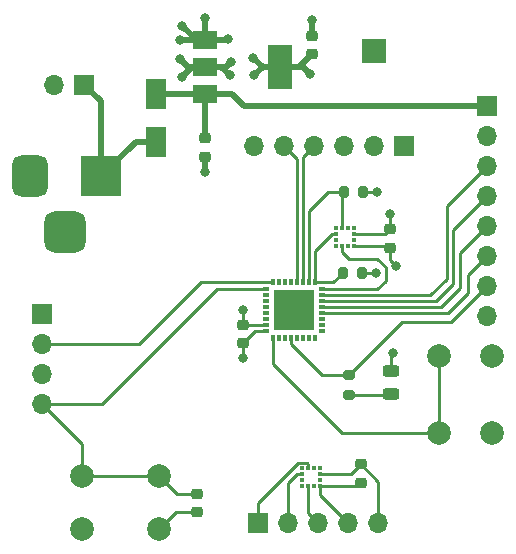
<source format=gbr>
%TF.GenerationSoftware,KiCad,Pcbnew,6.0.1-79c1e3a40b~116~ubuntu18.04.1*%
%TF.CreationDate,2023-02-22T20:49:32-05:00*%
%TF.ProjectId,a2bikelight,61326269-6b65-46c6-9967-68742e6b6963,rev?*%
%TF.SameCoordinates,Original*%
%TF.FileFunction,Copper,L1,Top*%
%TF.FilePolarity,Positive*%
%FSLAX46Y46*%
G04 Gerber Fmt 4.6, Leading zero omitted, Abs format (unit mm)*
G04 Created by KiCad (PCBNEW 6.0.1-79c1e3a40b~116~ubuntu18.04.1) date 2023-02-22 20:49:32*
%MOMM*%
%LPD*%
G01*
G04 APERTURE LIST*
G04 Aperture macros list*
%AMRoundRect*
0 Rectangle with rounded corners*
0 $1 Rounding radius*
0 $2 $3 $4 $5 $6 $7 $8 $9 X,Y pos of 4 corners*
0 Add a 4 corners polygon primitive as box body*
4,1,4,$2,$3,$4,$5,$6,$7,$8,$9,$2,$3,0*
0 Add four circle primitives for the rounded corners*
1,1,$1+$1,$2,$3*
1,1,$1+$1,$4,$5*
1,1,$1+$1,$6,$7*
1,1,$1+$1,$8,$9*
0 Add four rect primitives between the rounded corners*
20,1,$1+$1,$2,$3,$4,$5,0*
20,1,$1+$1,$4,$5,$6,$7,0*
20,1,$1+$1,$6,$7,$8,$9,0*
20,1,$1+$1,$8,$9,$2,$3,0*%
G04 Aperture macros list end*
%TA.AperFunction,SMDPad,CuDef*%
%ADD10RoundRect,0.225000X-0.250000X0.225000X-0.250000X-0.225000X0.250000X-0.225000X0.250000X0.225000X0*%
%TD*%
%TA.AperFunction,SMDPad,CuDef*%
%ADD11R,0.600000X0.300000*%
%TD*%
%TA.AperFunction,SMDPad,CuDef*%
%ADD12R,0.300000X0.600000*%
%TD*%
%TA.AperFunction,SMDPad,CuDef*%
%ADD13R,3.450000X3.450000*%
%TD*%
%TA.AperFunction,SMDPad,CuDef*%
%ADD14RoundRect,0.225000X0.250000X-0.225000X0.250000X0.225000X-0.250000X0.225000X-0.250000X-0.225000X0*%
%TD*%
%TA.AperFunction,ComponentPad*%
%ADD15R,2.000000X2.000000*%
%TD*%
%TA.AperFunction,SMDPad,CuDef*%
%ADD16RoundRect,0.200000X-0.275000X0.200000X-0.275000X-0.200000X0.275000X-0.200000X0.275000X0.200000X0*%
%TD*%
%TA.AperFunction,SMDPad,CuDef*%
%ADD17R,1.800000X2.500000*%
%TD*%
%TA.AperFunction,SMDPad,CuDef*%
%ADD18RoundRect,0.200000X0.200000X0.275000X-0.200000X0.275000X-0.200000X-0.275000X0.200000X-0.275000X0*%
%TD*%
%TA.AperFunction,SMDPad,CuDef*%
%ADD19R,0.375000X0.350000*%
%TD*%
%TA.AperFunction,SMDPad,CuDef*%
%ADD20R,0.350000X0.375000*%
%TD*%
%TA.AperFunction,ComponentPad*%
%ADD21C,2.000000*%
%TD*%
%TA.AperFunction,ComponentPad*%
%ADD22R,1.700000X1.700000*%
%TD*%
%TA.AperFunction,ComponentPad*%
%ADD23O,1.700000X1.700000*%
%TD*%
%TA.AperFunction,ComponentPad*%
%ADD24R,3.500000X3.500000*%
%TD*%
%TA.AperFunction,ComponentPad*%
%ADD25RoundRect,0.750000X-0.750000X-1.000000X0.750000X-1.000000X0.750000X1.000000X-0.750000X1.000000X0*%
%TD*%
%TA.AperFunction,ComponentPad*%
%ADD26RoundRect,0.875000X-0.875000X-0.875000X0.875000X-0.875000X0.875000X0.875000X-0.875000X0.875000X0*%
%TD*%
%TA.AperFunction,SMDPad,CuDef*%
%ADD27RoundRect,0.243750X-0.456250X0.243750X-0.456250X-0.243750X0.456250X-0.243750X0.456250X0.243750X0*%
%TD*%
%TA.AperFunction,SMDPad,CuDef*%
%ADD28R,2.000000X1.500000*%
%TD*%
%TA.AperFunction,SMDPad,CuDef*%
%ADD29R,2.000000X3.800000*%
%TD*%
%TA.AperFunction,ViaPad*%
%ADD30C,0.800000*%
%TD*%
%TA.AperFunction,Conductor*%
%ADD31C,0.500000*%
%TD*%
%TA.AperFunction,Conductor*%
%ADD32C,0.250000*%
%TD*%
G04 APERTURE END LIST*
D10*
%TO.P,C1,1*%
%TO.N,VIN*%
X122800000Y-112825000D03*
%TO.P,C1,2*%
%TO.N,GND*%
X122800000Y-114375000D03*
%TD*%
%TO.P,C5,1*%
%TO.N,NRESET*%
X122100000Y-142925000D03*
%TO.P,C5,2*%
%TO.N,GND*%
X122100000Y-144475000D03*
%TD*%
D11*
%TO.P,U1,1,NRST/PA1*%
%TO.N,NRESET*%
X128000000Y-125600000D03*
%TO.P,U1,2,PA2*%
%TO.N,unconnected-(U1-Pad2)*%
X128000000Y-126100000D03*
%TO.P,U1,3,PA3*%
%TO.N,unconnected-(U1-Pad3)*%
X128000000Y-126600000D03*
%TO.P,U1,4,PA4*%
%TO.N,unconnected-(U1-Pad4)*%
X128000000Y-127100000D03*
%TO.P,U1,5,PA5*%
%TO.N,unconnected-(U1-Pad5)*%
X128000000Y-127600000D03*
%TO.P,U1,6,PA6*%
%TO.N,unconnected-(U1-Pad6)*%
X128000000Y-128100000D03*
%TO.P,U1,7,VSS1*%
%TO.N,GND*%
X128000000Y-128600000D03*
%TO.P,U1,8,VDD1*%
%TO.N,+3V3*%
X128000000Y-129100000D03*
D12*
%TO.P,U1,9,PD0*%
%TO.N,BUTTON*%
X128600000Y-129700000D03*
%TO.P,U1,10,PD1*%
%TO.N,unconnected-(U1-Pad10)*%
X129100000Y-129700000D03*
%TO.P,U1,11,PD2*%
%TO.N,unconnected-(U1-Pad11)*%
X129600000Y-129700000D03*
%TO.P,U1,12,PD3*%
%TO.N,LIGHT*%
X130100000Y-129700000D03*
%TO.P,U1,13,PB0*%
%TO.N,unconnected-(U1-Pad13)*%
X130600000Y-129700000D03*
%TO.P,U1,14,PB1*%
%TO.N,unconnected-(U1-Pad14)*%
X131100000Y-129700000D03*
%TO.P,U1,15,PB2*%
%TO.N,unconnected-(U1-Pad15)*%
X131600000Y-129700000D03*
%TO.P,U1,16,PB3*%
%TO.N,unconnected-(U1-Pad16)*%
X132100000Y-129700000D03*
D11*
%TO.P,U1,17,PB4*%
%TO.N,unconnected-(U1-Pad17)*%
X132700000Y-129100000D03*
%TO.P,U1,18,PB5*%
%TO.N,unconnected-(U1-Pad18)*%
X132700000Y-128600000D03*
%TO.P,U1,19,PB6*%
%TO.N,unconnected-(U1-Pad19)*%
X132700000Y-128100000D03*
%TO.P,U1,20,PB7*%
%TO.N,PB7*%
X132700000Y-127600000D03*
%TO.P,U1,21,PD4*%
%TO.N,PD4*%
X132700000Y-127100000D03*
%TO.P,U1,22,PD5*%
%TO.N,PD5*%
X132700000Y-126600000D03*
%TO.P,U1,23,PD6*%
%TO.N,PD6*%
X132700000Y-126100000D03*
%TO.P,U1,24,PD7*%
%TO.N,ACCEL_INT*%
X132700000Y-125600000D03*
D12*
%TO.P,U1,25,PC0*%
%TO.N,I2C_SDA*%
X132100000Y-125000000D03*
%TO.P,U1,26,PC1*%
%TO.N,I2C_SCL*%
X131600000Y-125000000D03*
%TO.P,U1,27,PC2*%
%TO.N,SERIAL_INCOMING*%
X131100000Y-125000000D03*
%TO.P,U1,28,PC3*%
%TO.N,SERIAL_OUTGOING*%
X130600000Y-125000000D03*
%TO.P,U1,29,PC4*%
%TO.N,unconnected-(U1-Pad29)*%
X130100000Y-125000000D03*
%TO.P,U1,30,PC5*%
%TO.N,unconnected-(U1-Pad30)*%
X129600000Y-125000000D03*
%TO.P,U1,31,PC6*%
%TO.N,unconnected-(U1-Pad31)*%
X129100000Y-125000000D03*
%TO.P,U1,32,PA0*%
%TO.N,SWIM*%
X128600000Y-125000000D03*
D13*
%TO.P,U1,33,thermal*%
%TO.N,thermal*%
X130350000Y-127350000D03*
%TD*%
D14*
%TO.P,C3,1*%
%TO.N,+3V3*%
X138500000Y-122075000D03*
%TO.P,C3,2*%
%TO.N,GND*%
X138500000Y-120525000D03*
%TD*%
%TO.P,C2,1*%
%TO.N,+3V3*%
X131900000Y-105675000D03*
%TO.P,C2,2*%
%TO.N,GND*%
X131900000Y-104125000D03*
%TD*%
%TO.P,C6,1*%
%TO.N,Net-(C6-Pad1)*%
X136000000Y-141975000D03*
%TO.P,C6,2*%
%TO.N,Net-(C6-Pad2)*%
X136000000Y-140425000D03*
%TD*%
D15*
%TO.P,TP1,1,1*%
%TO.N,GND*%
X137100000Y-105400000D03*
%TD*%
D16*
%TO.P,R3,1*%
%TO.N,LIGHT*%
X135000000Y-132875000D03*
%TO.P,R3,2*%
%TO.N,Net-(D2-Pad2)*%
X135000000Y-134525000D03*
%TD*%
D17*
%TO.P,D1,1,K*%
%TO.N,VIN*%
X118700000Y-109100000D03*
%TO.P,D1,2,A*%
%TO.N,Net-(D1-Pad2)*%
X118700000Y-113100000D03*
%TD*%
D18*
%TO.P,R1,1*%
%TO.N,+3V3*%
X136225000Y-117400000D03*
%TO.P,R1,2*%
%TO.N,I2C_SCL*%
X134575000Y-117400000D03*
%TD*%
D19*
%TO.P,U4,1*%
%TO.N,unconnected-(U4-Pad1)*%
X131037500Y-140750000D03*
%TO.P,U4,2,SDA*%
%TO.N,Net-(J5-Pad2)*%
X131037500Y-141250000D03*
%TO.P,U4,3*%
%TO.N,unconnected-(U4-Pad3)*%
X131037500Y-141750000D03*
%TO.P,U4,4*%
%TO.N,unconnected-(U4-Pad4)*%
X131037500Y-142250000D03*
D20*
%TO.P,U4,5,INT*%
%TO.N,Net-(J5-Pad3)*%
X131550000Y-142262500D03*
%TO.P,U4,6*%
%TO.N,unconnected-(U4-Pad6)*%
X132050000Y-142262500D03*
D19*
%TO.P,U4,7,VDD*%
%TO.N,Net-(C6-Pad1)*%
X132562500Y-142250000D03*
%TO.P,U4,8*%
%TO.N,unconnected-(U4-Pad8)*%
X132562500Y-141750000D03*
%TO.P,U4,9,GND*%
%TO.N,Net-(C6-Pad2)*%
X132562500Y-141250000D03*
%TO.P,U4,10*%
%TO.N,unconnected-(U4-Pad10)*%
X132562500Y-140750000D03*
D20*
%TO.P,U4,11*%
%TO.N,unconnected-(U4-Pad11)*%
X132050000Y-140737500D03*
%TO.P,U4,12,SCL*%
%TO.N,Net-(J5-Pad1)*%
X131550000Y-140737500D03*
%TD*%
D21*
%TO.P,SW2,1,1*%
%TO.N,GND*%
X147150000Y-137750000D03*
X147150000Y-131250000D03*
%TO.P,SW2,2,2*%
%TO.N,BUTTON*%
X142650000Y-131250000D03*
X142650000Y-137750000D03*
%TD*%
D19*
%TO.P,U3,1*%
%TO.N,unconnected-(U3-Pad1)*%
X133937500Y-120450000D03*
%TO.P,U3,2,SDA*%
%TO.N,I2C_SDA*%
X133937500Y-120950000D03*
%TO.P,U3,3*%
%TO.N,unconnected-(U3-Pad3)*%
X133937500Y-121450000D03*
%TO.P,U3,4*%
%TO.N,unconnected-(U3-Pad4)*%
X133937500Y-121950000D03*
D20*
%TO.P,U3,5,INT*%
%TO.N,ACCEL_INT*%
X134450000Y-121962500D03*
%TO.P,U3,6*%
%TO.N,unconnected-(U3-Pad6)*%
X134950000Y-121962500D03*
D19*
%TO.P,U3,7,VDD*%
%TO.N,+3V3*%
X135462500Y-121950000D03*
%TO.P,U3,8*%
%TO.N,unconnected-(U3-Pad8)*%
X135462500Y-121450000D03*
%TO.P,U3,9,GND*%
%TO.N,GND*%
X135462500Y-120950000D03*
%TO.P,U3,10*%
%TO.N,unconnected-(U3-Pad10)*%
X135462500Y-120450000D03*
D20*
%TO.P,U3,11*%
%TO.N,unconnected-(U3-Pad11)*%
X134950000Y-120437500D03*
%TO.P,U3,12,SCL*%
%TO.N,I2C_SCL*%
X134450000Y-120437500D03*
%TD*%
D22*
%TO.P,J5,1,Pin_1*%
%TO.N,Net-(J5-Pad1)*%
X127325000Y-145400000D03*
D23*
%TO.P,J5,2,Pin_2*%
%TO.N,Net-(J5-Pad2)*%
X129865000Y-145400000D03*
%TO.P,J5,3,Pin_3*%
%TO.N,Net-(J5-Pad3)*%
X132405000Y-145400000D03*
%TO.P,J5,4,Pin_4*%
%TO.N,Net-(C6-Pad1)*%
X134945000Y-145400000D03*
%TO.P,J5,5,Pin_5*%
%TO.N,Net-(C6-Pad2)*%
X137485000Y-145400000D03*
%TD*%
D18*
%TO.P,R2,1*%
%TO.N,+3V3*%
X136125000Y-124200000D03*
%TO.P,R2,2*%
%TO.N,I2C_SDA*%
X134475000Y-124200000D03*
%TD*%
D22*
%TO.P,J2,1,Pin_1*%
%TO.N,Net-(D1-Pad2)*%
X112600000Y-108300000D03*
D23*
%TO.P,J2,2,Pin_2*%
%TO.N,GND*%
X110060000Y-108300000D03*
%TD*%
D14*
%TO.P,C4,1*%
%TO.N,+3V3*%
X126000000Y-130175000D03*
%TO.P,C4,2*%
%TO.N,GND*%
X126000000Y-128625000D03*
%TD*%
D21*
%TO.P,SW1,1,1*%
%TO.N,GND*%
X112400000Y-145900000D03*
X118900000Y-145900000D03*
%TO.P,SW1,2,2*%
%TO.N,NRESET*%
X112400000Y-141400000D03*
X118900000Y-141400000D03*
%TD*%
D22*
%TO.P,J4,1,Pin_1*%
%TO.N,GND*%
X139650000Y-113500000D03*
D23*
%TO.P,J4,2,Pin_2*%
%TO.N,unconnected-(J4-Pad2)*%
X137110000Y-113500000D03*
%TO.P,J4,3,Pin_3*%
%TO.N,unconnected-(J4-Pad3)*%
X134570000Y-113500000D03*
%TO.P,J4,4,Pin_4*%
%TO.N,SERIAL_INCOMING*%
X132030000Y-113500000D03*
%TO.P,J4,5,Pin_5*%
%TO.N,SERIAL_OUTGOING*%
X129490000Y-113500000D03*
%TO.P,J4,6,Pin_6*%
%TO.N,unconnected-(J4-Pad6)*%
X126950000Y-113500000D03*
%TD*%
D22*
%TO.P,J6,1,Pin_1*%
%TO.N,VIN*%
X146700000Y-110100000D03*
D23*
%TO.P,J6,2,Pin_2*%
%TO.N,+3V3*%
X146700000Y-112640000D03*
%TO.P,J6,3,Pin_3*%
%TO.N,PD6*%
X146700000Y-115180000D03*
%TO.P,J6,4,Pin_4*%
%TO.N,PD5*%
X146700000Y-117720000D03*
%TO.P,J6,5,Pin_5*%
%TO.N,PD4*%
X146700000Y-120260000D03*
%TO.P,J6,6,Pin_6*%
%TO.N,PB7*%
X146700000Y-122800000D03*
%TO.P,J6,7,Pin_7*%
%TO.N,LIGHT*%
X146700000Y-125340000D03*
%TO.P,J6,8,Pin_8*%
%TO.N,GND*%
X146700000Y-127880000D03*
%TD*%
D24*
%TO.P,J1,1*%
%TO.N,Net-(D1-Pad2)*%
X114000000Y-116042500D03*
D25*
%TO.P,J1,2*%
%TO.N,GND*%
X108000000Y-116042500D03*
D26*
%TO.P,J1,3*%
X111000000Y-120742500D03*
%TD*%
D27*
%TO.P,D2,1,K*%
%TO.N,GND*%
X138600000Y-132562500D03*
%TO.P,D2,2,A*%
%TO.N,Net-(D2-Pad2)*%
X138600000Y-134437500D03*
%TD*%
D22*
%TO.P,J3,1,Pin_1*%
%TO.N,unconnected-(J3-Pad1)*%
X109000000Y-127700000D03*
D23*
%TO.P,J3,2,Pin_2*%
%TO.N,SWIM*%
X109000000Y-130240000D03*
%TO.P,J3,3,Pin_3*%
%TO.N,GND*%
X109000000Y-132780000D03*
%TO.P,J3,4,Pin_4*%
%TO.N,NRESET*%
X109000000Y-135320000D03*
%TD*%
D28*
%TO.P,U2,1,GND*%
%TO.N,GND*%
X122850000Y-104500000D03*
D29*
%TO.P,U2,2,VO*%
%TO.N,+3V3*%
X129150000Y-106800000D03*
D28*
X122850000Y-106800000D03*
%TO.P,U2,3,VI*%
%TO.N,VIN*%
X122850000Y-109100000D03*
%TD*%
D30*
%TO.N,GND*%
X122800000Y-115700000D03*
X120700000Y-104500000D03*
X124800000Y-104400000D03*
X122800000Y-102600000D03*
X120900000Y-103300000D03*
X138700000Y-131000000D03*
X131900000Y-102800000D03*
X126000000Y-127400000D03*
X138500000Y-119200000D03*
%TO.N,+3V3*%
X137300000Y-124200000D03*
X126000000Y-131400000D03*
X124900000Y-107500000D03*
X120700000Y-106100000D03*
X139000000Y-123600000D03*
X137400000Y-117400000D03*
X131700000Y-107400000D03*
X125000000Y-106400000D03*
X127000000Y-107500000D03*
X126900000Y-106000000D03*
X120900000Y-107600000D03*
%TD*%
D31*
%TO.N,VIN*%
X122850000Y-109100000D02*
X125100000Y-109100000D01*
X122800000Y-109150000D02*
X122850000Y-109100000D01*
X122800000Y-112825000D02*
X122800000Y-109150000D01*
X125100000Y-109100000D02*
X126100000Y-110100000D01*
X126100000Y-110100000D02*
X146700000Y-110100000D01*
X118700000Y-109100000D02*
X122850000Y-109100000D01*
D32*
%TO.N,GND*%
X138500000Y-120525000D02*
X138500000Y-119200000D01*
X135462500Y-120950000D02*
X138075000Y-120950000D01*
X118900000Y-145900000D02*
X120325000Y-144475000D01*
D31*
X122850000Y-104500000D02*
X120700000Y-104500000D01*
D32*
X127975000Y-128625000D02*
X128000000Y-128600000D01*
D31*
X131900000Y-104125000D02*
X131900000Y-102800000D01*
X122850000Y-104500000D02*
X122100000Y-104500000D01*
X122800000Y-114375000D02*
X122800000Y-115700000D01*
X124700000Y-104500000D02*
X124800000Y-104400000D01*
D32*
X126000000Y-128625000D02*
X126000000Y-127400000D01*
X138600000Y-131100000D02*
X138700000Y-131000000D01*
X120325000Y-144475000D02*
X122100000Y-144475000D01*
D31*
X122850000Y-102650000D02*
X122800000Y-102600000D01*
D32*
X138075000Y-120950000D02*
X138500000Y-120525000D01*
D31*
X122850000Y-104500000D02*
X122850000Y-102650000D01*
D32*
X126000000Y-128625000D02*
X127975000Y-128625000D01*
D31*
X122100000Y-104500000D02*
X120900000Y-103300000D01*
D32*
X138600000Y-132562500D02*
X138600000Y-131100000D01*
D31*
X122850000Y-104500000D02*
X124700000Y-104500000D01*
D32*
%TO.N,+3V3*%
X126000000Y-130175000D02*
X126000000Y-131400000D01*
D31*
X129150000Y-106800000D02*
X130775000Y-106800000D01*
X127700000Y-106800000D02*
X127000000Y-107500000D01*
D32*
X138500000Y-122075000D02*
X138500000Y-123100000D01*
D31*
X122850000Y-106800000D02*
X121700000Y-106800000D01*
X124600000Y-106800000D02*
X125000000Y-106400000D01*
X127700000Y-106800000D02*
X126900000Y-106000000D01*
D32*
X138375000Y-121950000D02*
X138500000Y-122075000D01*
D31*
X121400000Y-106800000D02*
X120700000Y-106100000D01*
D32*
X127075000Y-129100000D02*
X126000000Y-130175000D01*
X128000000Y-129100000D02*
X127075000Y-129100000D01*
D31*
X122850000Y-106800000D02*
X124200000Y-106800000D01*
X122850000Y-106800000D02*
X121400000Y-106800000D01*
D32*
X136225000Y-117400000D02*
X137400000Y-117400000D01*
D31*
X131100000Y-106800000D02*
X131700000Y-107400000D01*
X122850000Y-106800000D02*
X124600000Y-106800000D01*
X130775000Y-106800000D02*
X131900000Y-105675000D01*
X124200000Y-106800000D02*
X124900000Y-107500000D01*
D32*
X135462500Y-121950000D02*
X138375000Y-121950000D01*
D31*
X121700000Y-106800000D02*
X120900000Y-107600000D01*
X129150000Y-106800000D02*
X131100000Y-106800000D01*
D32*
X138500000Y-123100000D02*
X139000000Y-123600000D01*
D31*
X129150000Y-106800000D02*
X127700000Y-106800000D01*
D32*
X136125000Y-124200000D02*
X137300000Y-124200000D01*
%TO.N,NRESET*%
X118900000Y-141400000D02*
X112400000Y-141400000D01*
X114080000Y-135320000D02*
X109000000Y-135320000D01*
X112400000Y-141400000D02*
X112400000Y-138720000D01*
X112400000Y-138720000D02*
X109000000Y-135320000D01*
X122100000Y-142925000D02*
X120425000Y-142925000D01*
X123800000Y-125600000D02*
X114080000Y-135320000D01*
X120425000Y-142925000D02*
X118900000Y-141400000D01*
X128000000Y-125600000D02*
X123800000Y-125600000D01*
%TO.N,Net-(C6-Pad1)*%
X132562500Y-143017500D02*
X134945000Y-145400000D01*
X132562500Y-142250000D02*
X132562500Y-143017500D01*
X132562500Y-142250000D02*
X135725000Y-142250000D01*
X135725000Y-142250000D02*
X136000000Y-141975000D01*
%TO.N,Net-(C6-Pad2)*%
X136000000Y-140425000D02*
X137485000Y-141910000D01*
X132562500Y-141250000D02*
X135175000Y-141250000D01*
X135175000Y-141250000D02*
X136000000Y-140425000D01*
X137485000Y-141910000D02*
X137485000Y-145400000D01*
D31*
%TO.N,Net-(D1-Pad2)*%
X116942500Y-113100000D02*
X118700000Y-113100000D01*
X114000000Y-109700000D02*
X112600000Y-108300000D01*
X114000000Y-116042500D02*
X116942500Y-113100000D01*
X114000000Y-116042500D02*
X114000000Y-109700000D01*
D32*
%TO.N,Net-(D2-Pad2)*%
X135000000Y-134525000D02*
X138512500Y-134525000D01*
X138512500Y-134525000D02*
X138600000Y-134437500D01*
%TO.N,SWIM*%
X109000000Y-130240000D02*
X117260000Y-130240000D01*
X122500000Y-125000000D02*
X128600000Y-125000000D01*
X117260000Y-130240000D02*
X122500000Y-125000000D01*
%TO.N,SERIAL_INCOMING*%
X131100000Y-114430000D02*
X132030000Y-113500000D01*
X131100000Y-125000000D02*
X131100000Y-114430000D01*
%TO.N,SERIAL_OUTGOING*%
X130600000Y-114610000D02*
X129490000Y-113500000D01*
X130600000Y-125000000D02*
X130600000Y-114610000D01*
%TO.N,I2C_SCL*%
X133200000Y-117400000D02*
X134575000Y-117400000D01*
X134450000Y-120437500D02*
X134450000Y-117525000D01*
X134450000Y-117525000D02*
X134575000Y-117400000D01*
X131600000Y-125000000D02*
X131600000Y-119000000D01*
X131600000Y-119000000D02*
X133200000Y-117400000D01*
%TO.N,I2C_SDA*%
X132100000Y-125000000D02*
X132100000Y-122395978D01*
X132100000Y-125000000D02*
X133675000Y-125000000D01*
X133545978Y-120950000D02*
X133937500Y-120950000D01*
X133675000Y-125000000D02*
X134475000Y-124200000D01*
X132100000Y-122395978D02*
X133545978Y-120950000D01*
%TO.N,LIGHT*%
X135000000Y-132875000D02*
X139475000Y-128400000D01*
X130100000Y-130250000D02*
X132725000Y-132875000D01*
X132725000Y-132875000D02*
X135000000Y-132875000D01*
X139475000Y-128400000D02*
X143640000Y-128400000D01*
X143640000Y-128400000D02*
X146700000Y-125340000D01*
X130100000Y-129700000D02*
X130100000Y-130250000D01*
%TO.N,BUTTON*%
X142650000Y-137750000D02*
X142650000Y-131250000D01*
X134450000Y-137750000D02*
X142650000Y-137750000D01*
X128600000Y-131900000D02*
X134450000Y-137750000D01*
X128600000Y-129700000D02*
X128600000Y-131900000D01*
%TO.N,ACCEL_INT*%
X135000000Y-123000000D02*
X134450000Y-122450000D01*
X137400000Y-125600000D02*
X138100000Y-124900000D01*
X132700000Y-125600000D02*
X137400000Y-125600000D01*
X134450000Y-122450000D02*
X134450000Y-121962500D01*
X138100000Y-124900000D02*
X138100000Y-123700000D01*
X137400000Y-123000000D02*
X135000000Y-123000000D01*
X138100000Y-123700000D02*
X137400000Y-123000000D01*
%TO.N,Net-(J5-Pad2)*%
X130600000Y-141250000D02*
X129865000Y-141985000D01*
X131037500Y-141250000D02*
X130600000Y-141250000D01*
X129865000Y-141985000D02*
X129865000Y-145400000D01*
%TO.N,PB7*%
X145100000Y-124400000D02*
X146700000Y-122800000D01*
X143400000Y-127600000D02*
X145100000Y-125900000D01*
X132700000Y-127600000D02*
X143400000Y-127600000D01*
X145100000Y-125900000D02*
X145100000Y-124400000D01*
%TO.N,PD4*%
X132700000Y-127100000D02*
X142800000Y-127100000D01*
X142800000Y-127100000D02*
X144400000Y-125500000D01*
X144400000Y-125500000D02*
X144400000Y-122560000D01*
X144400000Y-122560000D02*
X146700000Y-120260000D01*
%TO.N,PD5*%
X143800000Y-125200000D02*
X143800000Y-120620000D01*
X132700000Y-126600000D02*
X142400000Y-126600000D01*
X142400000Y-126600000D02*
X143800000Y-125200000D01*
X143800000Y-120620000D02*
X146700000Y-117720000D01*
%TO.N,Net-(J5-Pad1)*%
X131489511Y-140310489D02*
X130689511Y-140310489D01*
X131550000Y-140737500D02*
X131550000Y-140370978D01*
X131550000Y-140370978D02*
X131489511Y-140310489D01*
X130689511Y-140310489D02*
X127325000Y-143675000D01*
X127325000Y-143675000D02*
X127325000Y-145400000D01*
%TO.N,PD6*%
X143300000Y-118580000D02*
X146700000Y-115180000D01*
X143300000Y-124700000D02*
X143300000Y-118580000D01*
X132700000Y-126100000D02*
X141900000Y-126100000D01*
X141900000Y-126100000D02*
X143300000Y-124700000D01*
%TO.N,Net-(J5-Pad3)*%
X131550000Y-142262500D02*
X131550000Y-144545000D01*
X131550000Y-144545000D02*
X132405000Y-145400000D01*
%TD*%
M02*

</source>
